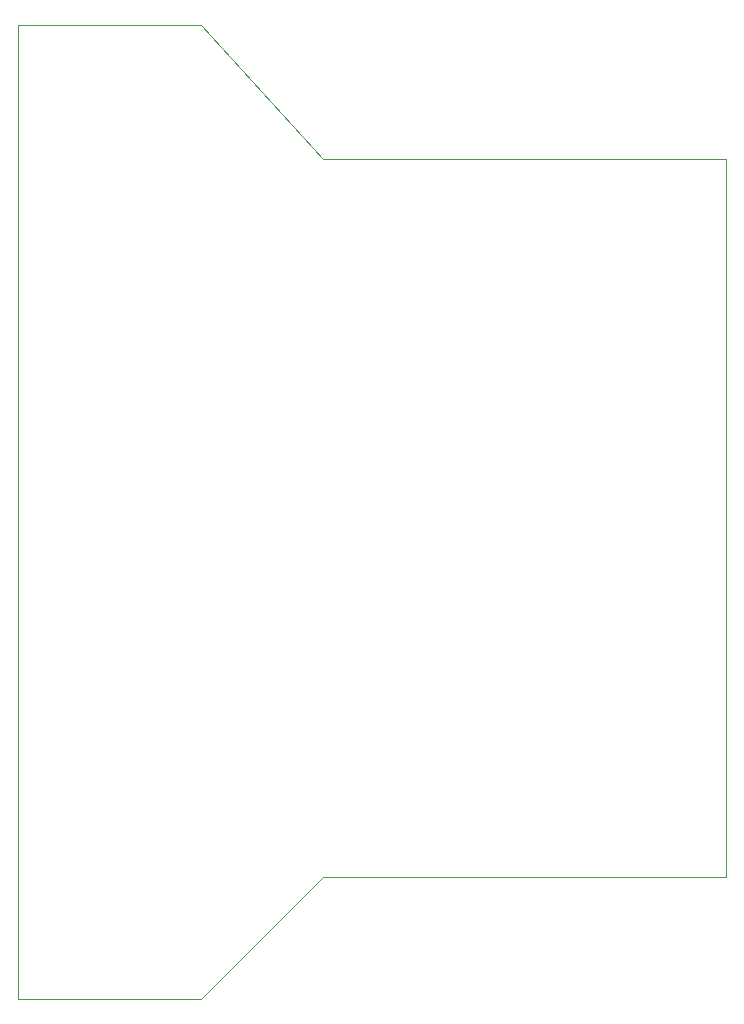
<source format=gbr>
%TF.GenerationSoftware,KiCad,Pcbnew,8.0.2-8.0.2-0~ubuntu22.04.1*%
%TF.CreationDate,2024-05-01T06:16:36-06:00*%
%TF.ProjectId,Centronics_50Pin,43656e74-726f-46e6-9963-735f35305069,1*%
%TF.SameCoordinates,Original*%
%TF.FileFunction,Profile,NP*%
%FSLAX46Y46*%
G04 Gerber Fmt 4.6, Leading zero omitted, Abs format (unit mm)*
G04 Created by KiCad (PCBNEW 8.0.2-8.0.2-0~ubuntu22.04.1) date 2024-05-01 06:16:36*
%MOMM*%
%LPD*%
G01*
G04 APERTURE LIST*
%TA.AperFunction,Profile*%
%ADD10C,0.100000*%
%TD*%
G04 APERTURE END LIST*
D10*
X89500000Y-59690000D02*
X89500000Y-142190000D01*
X89500000Y-142190000D02*
X104952800Y-142189200D01*
X149440000Y-131826000D02*
X115316000Y-131826000D01*
X149440000Y-71069200D02*
X149440000Y-131826000D01*
X89500000Y-59690000D02*
X104952800Y-59690000D01*
X104952800Y-142189200D02*
X115316000Y-131826000D01*
X104952800Y-59690000D02*
X115316000Y-71069200D01*
X115316000Y-71069200D02*
X149440000Y-71069200D01*
M02*

</source>
